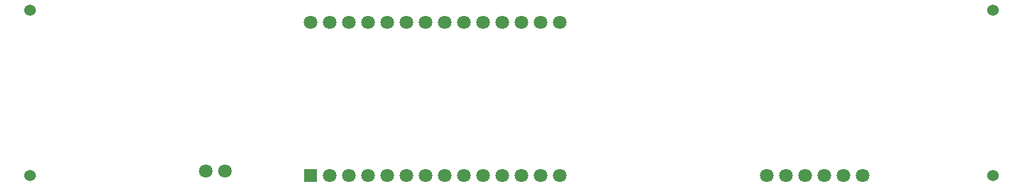
<source format=gbl>
G04*
G04 #@! TF.GenerationSoftware,Altium Limited,Altium Designer,23.4.1 (23)*
G04*
G04 Layer_Physical_Order=2*
G04 Layer_Color=16711680*
%FSLAX44Y44*%
%MOMM*%
G71*
G04*
G04 #@! TF.SameCoordinates,0266721A-F09C-40F5-B950-D6AAD28562CE*
G04*
G04*
G04 #@! TF.FilePolarity,Positive*
G04*
G01*
G75*
%ADD14C,1.5240*%
%ADD15R,1.8000X1.8000*%
%ADD16C,1.8000*%
D14*
X1376000Y273400D02*
D03*
X100000Y53400D02*
D03*
Y273400D02*
D03*
X1376000Y53400D02*
D03*
D15*
X471350D02*
D03*
D16*
X801550Y256600D02*
D03*
X776150D02*
D03*
X750750D02*
D03*
X725350D02*
D03*
X699950D02*
D03*
X623750D02*
D03*
X598350D02*
D03*
X572950D02*
D03*
X547550D02*
D03*
X522150D02*
D03*
X496750D02*
D03*
X471350D02*
D03*
X649150D02*
D03*
X674550D02*
D03*
X801550Y53400D02*
D03*
X776150D02*
D03*
X750750D02*
D03*
X725350D02*
D03*
X699950D02*
D03*
X623750D02*
D03*
X598350D02*
D03*
X572950D02*
D03*
X547550D02*
D03*
X522150D02*
D03*
X496750D02*
D03*
X649150D02*
D03*
X674550D02*
D03*
X332300Y60000D02*
D03*
X357700D02*
D03*
X1203000Y53400D02*
D03*
X1177600D02*
D03*
X1152200D02*
D03*
X1126800D02*
D03*
X1101400D02*
D03*
X1076000D02*
D03*
M02*

</source>
